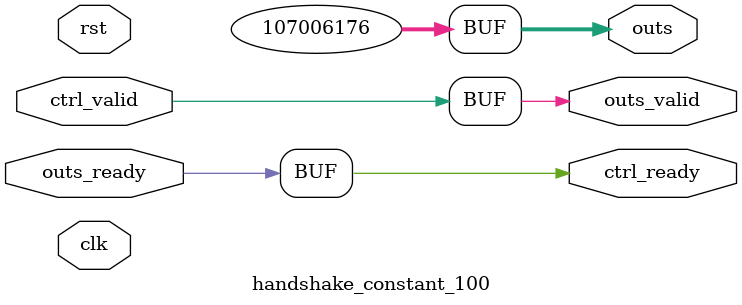
<source format=v>
`timescale 1ns / 1ps
module handshake_constant_100 #(
  parameter DATA_WIDTH = 32  // Default set to 32 bits
) (
  input                       clk,
  input                       rst,
  // Input Channel
  input                       ctrl_valid,
  output                      ctrl_ready,
  // Output Channel
  output [DATA_WIDTH - 1 : 0] outs,
  output                      outs_valid,
  input                       outs_ready
);
  assign outs       = 27'b110011000001100100011100000;
  assign outs_valid = ctrl_valid;
  assign ctrl_ready = outs_ready;

endmodule

</source>
